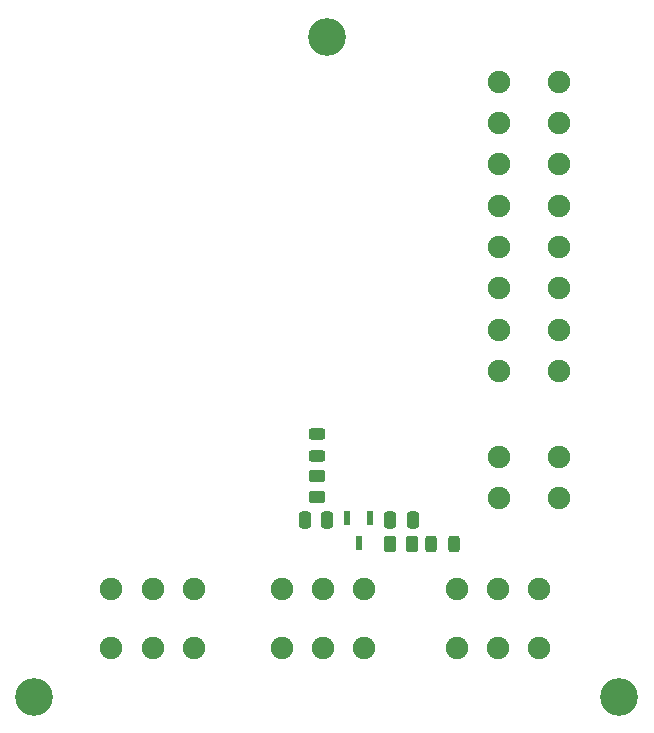
<source format=gts>
G04 #@! TF.GenerationSoftware,KiCad,Pcbnew,8.0.6*
G04 #@! TF.CreationDate,2024-11-26T19:07:21-08:00*
G04 #@! TF.ProjectId,Constellation STAR LAF V1.0,436f6e73-7465-46c6-9c61-74696f6e2053,rev?*
G04 #@! TF.SameCoordinates,Original*
G04 #@! TF.FileFunction,Soldermask,Top*
G04 #@! TF.FilePolarity,Negative*
%FSLAX46Y46*%
G04 Gerber Fmt 4.6, Leading zero omitted, Abs format (unit mm)*
G04 Created by KiCad (PCBNEW 8.0.6) date 2024-11-26 19:07:21*
%MOMM*%
%LPD*%
G01*
G04 APERTURE LIST*
G04 Aperture macros list*
%AMRoundRect*
0 Rectangle with rounded corners*
0 $1 Rounding radius*
0 $2 $3 $4 $5 $6 $7 $8 $9 X,Y pos of 4 corners*
0 Add a 4 corners polygon primitive as box body*
4,1,4,$2,$3,$4,$5,$6,$7,$8,$9,$2,$3,0*
0 Add four circle primitives for the rounded corners*
1,1,$1+$1,$2,$3*
1,1,$1+$1,$4,$5*
1,1,$1+$1,$6,$7*
1,1,$1+$1,$8,$9*
0 Add four rect primitives between the rounded corners*
20,1,$1+$1,$2,$3,$4,$5,0*
20,1,$1+$1,$4,$5,$6,$7,0*
20,1,$1+$1,$6,$7,$8,$9,0*
20,1,$1+$1,$8,$9,$2,$3,0*%
G04 Aperture macros list end*
%ADD10C,3.200000*%
%ADD11RoundRect,0.250000X0.450000X-0.262500X0.450000X0.262500X-0.450000X0.262500X-0.450000X-0.262500X0*%
%ADD12R,0.600000X1.250000*%
%ADD13RoundRect,0.250000X0.250000X0.475000X-0.250000X0.475000X-0.250000X-0.475000X0.250000X-0.475000X0*%
%ADD14RoundRect,0.250000X-0.262500X-0.450000X0.262500X-0.450000X0.262500X0.450000X-0.262500X0.450000X0*%
%ADD15RoundRect,0.243750X-0.456250X0.243750X-0.456250X-0.243750X0.456250X-0.243750X0.456250X0.243750X0*%
%ADD16RoundRect,0.243750X0.243750X0.456250X-0.243750X0.456250X-0.243750X-0.456250X0.243750X-0.456250X0*%
%ADD17RoundRect,0.250000X-0.250000X-0.475000X0.250000X-0.475000X0.250000X0.475000X-0.250000X0.475000X0*%
%ADD18C,1.900000*%
G04 APERTURE END LIST*
D10*
X78740000Y-85090000D03*
D11*
X53100000Y-68225000D03*
X53100000Y-66400000D03*
D12*
X57600000Y-69999999D03*
X55700000Y-69999999D03*
X56650000Y-72100000D03*
D13*
X53999999Y-70100000D03*
X52100001Y-70100000D03*
D10*
X29210000Y-85090000D03*
D14*
X59337498Y-72150000D03*
X61162498Y-72150000D03*
D15*
X53100000Y-62824999D03*
X53100000Y-64700001D03*
D16*
X64687500Y-72150000D03*
X62812498Y-72150000D03*
D17*
X59350000Y-70150000D03*
X61249998Y-70150000D03*
D10*
X53975000Y-29210000D03*
D18*
X68580000Y-64770000D03*
X73580000Y-64770000D03*
X68580000Y-68270000D03*
X73580000Y-68270000D03*
X71950000Y-75950000D03*
X71950000Y-80950000D03*
X68450000Y-75950000D03*
X68450000Y-80950000D03*
X64949999Y-75950000D03*
X64949999Y-80950000D03*
X42729209Y-75950000D03*
X42729209Y-80950000D03*
X39229209Y-75950000D03*
X39229209Y-80950000D03*
X35729208Y-75950000D03*
X35729208Y-80950000D03*
X68580000Y-33020000D03*
X73580000Y-33020000D03*
X68580000Y-36520000D03*
X73579999Y-36520001D03*
X68580000Y-40020002D03*
X73580000Y-40020002D03*
X68580000Y-43520003D03*
X73580000Y-43520003D03*
X68580000Y-47020003D03*
X73580000Y-47020003D03*
X68580000Y-50520003D03*
X73580000Y-50520003D03*
X68580000Y-54020004D03*
X73580000Y-54020004D03*
X68580000Y-57520005D03*
X73580000Y-57520005D03*
X57125000Y-75950000D03*
X57125000Y-80950000D03*
X53625000Y-75950000D03*
X53625000Y-80950000D03*
X50124999Y-75950000D03*
X50124999Y-80950000D03*
M02*

</source>
